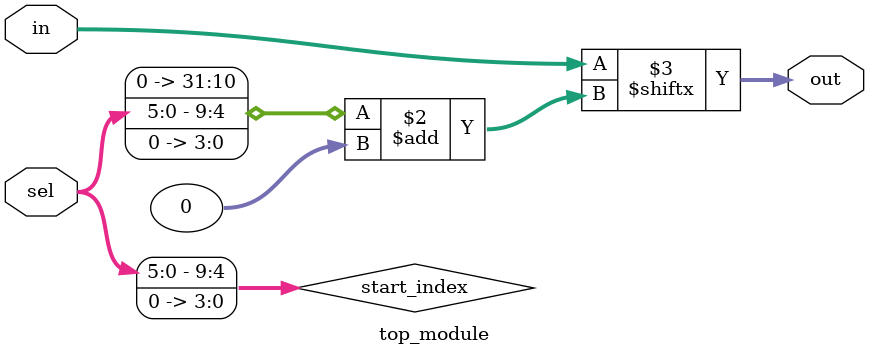
<source format=sv>
module top_module (
	input [1023:0] in,
	input [7:0] sel,
	output [3:0] out
);
	
	// Declare wire for starting index
	wire [9:0] start_index;
	
	// Calculate starting index using selection vector (sel)
	assign start_index = sel << 4;
	
	// Extract 4-bit block from input vector (in) starting from calculated index
	assign out = in[start_index +: 4];
	
endmodule

</source>
